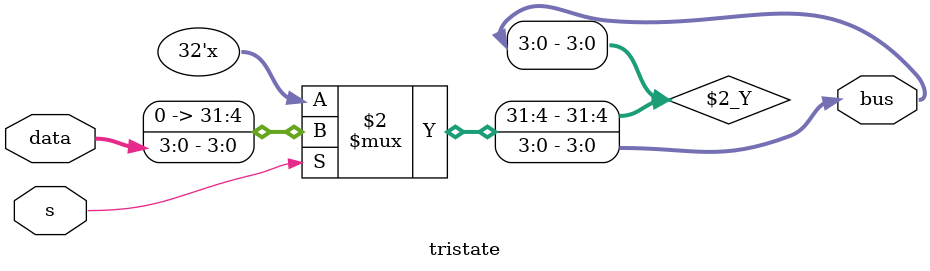
<source format=v>
`timescale 1ns/1ps

module tristate #(parameter N=4) (input [N-1:0] data,
		input 	     s,
		output [N-1:0] bus);

   assign bus = s ? data : 'bz;
endmodule // tristate

</source>
